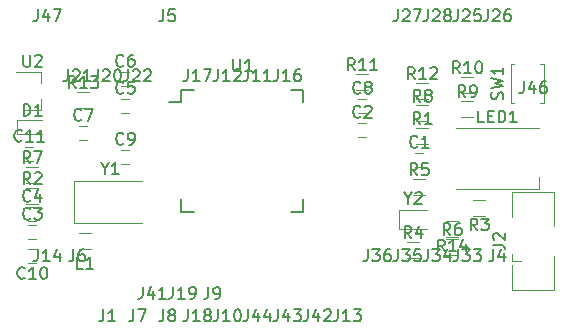
<source format=gbr>
G04 #@! TF.FileFunction,Legend,Top*
%FSLAX46Y46*%
G04 Gerber Fmt 4.6, Leading zero omitted, Abs format (unit mm)*
G04 Created by KiCad (PCBNEW 4.0.6) date 07/19/17 22:58:59*
%MOMM*%
%LPD*%
G01*
G04 APERTURE LIST*
%ADD10C,0.100000*%
%ADD11C,0.120000*%
%ADD12C,0.150000*%
G04 APERTURE END LIST*
D10*
D11*
X184816000Y-82712000D02*
X185516000Y-82712000D01*
X185516000Y-83912000D02*
X184816000Y-83912000D01*
X179990000Y-80172000D02*
X180690000Y-80172000D01*
X180690000Y-81372000D02*
X179990000Y-81372000D01*
X152050000Y-88808000D02*
X152750000Y-88808000D01*
X152750000Y-90008000D02*
X152050000Y-90008000D01*
X152050000Y-87284000D02*
X152750000Y-87284000D01*
X152750000Y-88484000D02*
X152050000Y-88484000D01*
X159924000Y-78140000D02*
X160624000Y-78140000D01*
X160624000Y-79340000D02*
X159924000Y-79340000D01*
X159924000Y-75854000D02*
X160624000Y-75854000D01*
X160624000Y-77054000D02*
X159924000Y-77054000D01*
X156368000Y-80426000D02*
X157068000Y-80426000D01*
X157068000Y-81626000D02*
X156368000Y-81626000D01*
X179990000Y-78140000D02*
X180690000Y-78140000D01*
X180690000Y-79340000D02*
X179990000Y-79340000D01*
X159924000Y-82458000D02*
X160624000Y-82458000D01*
X160624000Y-83658000D02*
X159924000Y-83658000D01*
X151100000Y-79948000D02*
X151100000Y-81088000D01*
X151100000Y-81088000D02*
X153200000Y-81088000D01*
X151100000Y-79948000D02*
X153200000Y-79948000D01*
X156345000Y-89490000D02*
X157345000Y-89490000D01*
X157345000Y-90850000D02*
X156345000Y-90850000D01*
X185920000Y-81960000D02*
X184920000Y-81960000D01*
X184920000Y-80600000D02*
X185920000Y-80600000D01*
X152900000Y-87040000D02*
X151900000Y-87040000D01*
X151900000Y-85680000D02*
X152900000Y-85680000D01*
X189746000Y-86696000D02*
X190746000Y-86696000D01*
X190746000Y-88056000D02*
X189746000Y-88056000D01*
X185666000Y-86278000D02*
X184666000Y-86278000D01*
X184666000Y-84918000D02*
X185666000Y-84918000D01*
X188460000Y-91358000D02*
X187460000Y-91358000D01*
X187460000Y-89998000D02*
X188460000Y-89998000D01*
X152900000Y-85262000D02*
X151900000Y-85262000D01*
X151900000Y-83902000D02*
X152900000Y-83902000D01*
X185920000Y-80055000D02*
X184920000Y-80055000D01*
X184920000Y-78695000D02*
X185920000Y-78695000D01*
X189730000Y-79674000D02*
X188730000Y-79674000D01*
X188730000Y-78314000D02*
X189730000Y-78314000D01*
X189730000Y-77642000D02*
X188730000Y-77642000D01*
X188730000Y-76282000D02*
X189730000Y-76282000D01*
X180840000Y-77388000D02*
X179840000Y-77388000D01*
X179840000Y-76028000D02*
X180840000Y-76028000D01*
X185920000Y-78150000D02*
X184920000Y-78150000D01*
X184920000Y-76790000D02*
X185920000Y-76790000D01*
D12*
X165005000Y-77375000D02*
X165005000Y-78375000D01*
X175355000Y-77375000D02*
X175355000Y-78450000D01*
X175355000Y-87725000D02*
X175355000Y-86650000D01*
X165005000Y-87725000D02*
X165005000Y-86650000D01*
X165005000Y-77375000D02*
X166080000Y-77375000D01*
X165005000Y-87725000D02*
X166080000Y-87725000D01*
X175355000Y-87725000D02*
X174280000Y-87725000D01*
X175355000Y-77375000D02*
X174280000Y-77375000D01*
X165005000Y-78375000D02*
X163980000Y-78375000D01*
D11*
X153160000Y-79050000D02*
X153160000Y-78120000D01*
X153160000Y-75890000D02*
X153160000Y-76820000D01*
X153160000Y-75890000D02*
X151000000Y-75890000D01*
X153160000Y-79050000D02*
X151700000Y-79050000D01*
X195410000Y-78485000D02*
X195710000Y-78485000D01*
X195710000Y-78485000D02*
X195710000Y-75185000D01*
X195710000Y-75185000D02*
X195410000Y-75185000D01*
X193210000Y-78485000D02*
X192910000Y-78485000D01*
X192910000Y-78485000D02*
X192910000Y-75185000D01*
X192910000Y-75185000D02*
X193210000Y-75185000D01*
X188270000Y-80585000D02*
X195270000Y-80585000D01*
X188270000Y-85785000D02*
X195270000Y-85785000D01*
X195270000Y-85785000D02*
X195270000Y-84785000D01*
X157218000Y-78912000D02*
X156218000Y-78912000D01*
X156218000Y-77552000D02*
X157218000Y-77552000D01*
X152750000Y-92040000D02*
X152050000Y-92040000D01*
X152050000Y-90840000D02*
X152750000Y-90840000D01*
X151796000Y-82204000D02*
X152496000Y-82204000D01*
X152496000Y-83404000D02*
X151796000Y-83404000D01*
X187460000Y-88474000D02*
X188460000Y-88474000D01*
X188460000Y-89834000D02*
X187460000Y-89834000D01*
X161704000Y-85068000D02*
X155954000Y-85068000D01*
X155954000Y-85068000D02*
X155954000Y-88668000D01*
X155954000Y-88668000D02*
X161704000Y-88668000D01*
X185858000Y-87592000D02*
X183458000Y-87592000D01*
X183458000Y-87592000D02*
X183458000Y-89192000D01*
X183458000Y-89192000D02*
X185858000Y-89192000D01*
X185158000Y-91612000D02*
X184158000Y-91612000D01*
X184158000Y-90252000D02*
X185158000Y-90252000D01*
X193743000Y-91870000D02*
X192993000Y-91870000D01*
X192993000Y-91870000D02*
X192993000Y-91270000D01*
X192993000Y-92170000D02*
X192993000Y-94320000D01*
X192993000Y-86020000D02*
X196543000Y-86020000D01*
X196543000Y-94320000D02*
X196543000Y-91420000D01*
X192993000Y-94320000D02*
X196543000Y-94320000D01*
X196543000Y-86020000D02*
X196543000Y-88920000D01*
X192993000Y-88170000D02*
X192993000Y-86020000D01*
D12*
X184999334Y-82169143D02*
X184951715Y-82216762D01*
X184808858Y-82264381D01*
X184713620Y-82264381D01*
X184570762Y-82216762D01*
X184475524Y-82121524D01*
X184427905Y-82026286D01*
X184380286Y-81835810D01*
X184380286Y-81692952D01*
X184427905Y-81502476D01*
X184475524Y-81407238D01*
X184570762Y-81312000D01*
X184713620Y-81264381D01*
X184808858Y-81264381D01*
X184951715Y-81312000D01*
X184999334Y-81359619D01*
X185951715Y-82264381D02*
X185380286Y-82264381D01*
X185666000Y-82264381D02*
X185666000Y-81264381D01*
X185570762Y-81407238D01*
X185475524Y-81502476D01*
X185380286Y-81550095D01*
X180173334Y-79629143D02*
X180125715Y-79676762D01*
X179982858Y-79724381D01*
X179887620Y-79724381D01*
X179744762Y-79676762D01*
X179649524Y-79581524D01*
X179601905Y-79486286D01*
X179554286Y-79295810D01*
X179554286Y-79152952D01*
X179601905Y-78962476D01*
X179649524Y-78867238D01*
X179744762Y-78772000D01*
X179887620Y-78724381D01*
X179982858Y-78724381D01*
X180125715Y-78772000D01*
X180173334Y-78819619D01*
X180554286Y-78819619D02*
X180601905Y-78772000D01*
X180697143Y-78724381D01*
X180935239Y-78724381D01*
X181030477Y-78772000D01*
X181078096Y-78819619D01*
X181125715Y-78914857D01*
X181125715Y-79010095D01*
X181078096Y-79152952D01*
X180506667Y-79724381D01*
X181125715Y-79724381D01*
X152233334Y-88265143D02*
X152185715Y-88312762D01*
X152042858Y-88360381D01*
X151947620Y-88360381D01*
X151804762Y-88312762D01*
X151709524Y-88217524D01*
X151661905Y-88122286D01*
X151614286Y-87931810D01*
X151614286Y-87788952D01*
X151661905Y-87598476D01*
X151709524Y-87503238D01*
X151804762Y-87408000D01*
X151947620Y-87360381D01*
X152042858Y-87360381D01*
X152185715Y-87408000D01*
X152233334Y-87455619D01*
X152566667Y-87360381D02*
X153185715Y-87360381D01*
X152852381Y-87741333D01*
X152995239Y-87741333D01*
X153090477Y-87788952D01*
X153138096Y-87836571D01*
X153185715Y-87931810D01*
X153185715Y-88169905D01*
X153138096Y-88265143D01*
X153090477Y-88312762D01*
X152995239Y-88360381D01*
X152709524Y-88360381D01*
X152614286Y-88312762D01*
X152566667Y-88265143D01*
X152233334Y-86741143D02*
X152185715Y-86788762D01*
X152042858Y-86836381D01*
X151947620Y-86836381D01*
X151804762Y-86788762D01*
X151709524Y-86693524D01*
X151661905Y-86598286D01*
X151614286Y-86407810D01*
X151614286Y-86264952D01*
X151661905Y-86074476D01*
X151709524Y-85979238D01*
X151804762Y-85884000D01*
X151947620Y-85836381D01*
X152042858Y-85836381D01*
X152185715Y-85884000D01*
X152233334Y-85931619D01*
X153090477Y-86169714D02*
X153090477Y-86836381D01*
X152852381Y-85788762D02*
X152614286Y-86503048D01*
X153233334Y-86503048D01*
X160107334Y-77597143D02*
X160059715Y-77644762D01*
X159916858Y-77692381D01*
X159821620Y-77692381D01*
X159678762Y-77644762D01*
X159583524Y-77549524D01*
X159535905Y-77454286D01*
X159488286Y-77263810D01*
X159488286Y-77120952D01*
X159535905Y-76930476D01*
X159583524Y-76835238D01*
X159678762Y-76740000D01*
X159821620Y-76692381D01*
X159916858Y-76692381D01*
X160059715Y-76740000D01*
X160107334Y-76787619D01*
X161012096Y-76692381D02*
X160535905Y-76692381D01*
X160488286Y-77168571D01*
X160535905Y-77120952D01*
X160631143Y-77073333D01*
X160869239Y-77073333D01*
X160964477Y-77120952D01*
X161012096Y-77168571D01*
X161059715Y-77263810D01*
X161059715Y-77501905D01*
X161012096Y-77597143D01*
X160964477Y-77644762D01*
X160869239Y-77692381D01*
X160631143Y-77692381D01*
X160535905Y-77644762D01*
X160488286Y-77597143D01*
X160107334Y-75311143D02*
X160059715Y-75358762D01*
X159916858Y-75406381D01*
X159821620Y-75406381D01*
X159678762Y-75358762D01*
X159583524Y-75263524D01*
X159535905Y-75168286D01*
X159488286Y-74977810D01*
X159488286Y-74834952D01*
X159535905Y-74644476D01*
X159583524Y-74549238D01*
X159678762Y-74454000D01*
X159821620Y-74406381D01*
X159916858Y-74406381D01*
X160059715Y-74454000D01*
X160107334Y-74501619D01*
X160964477Y-74406381D02*
X160774000Y-74406381D01*
X160678762Y-74454000D01*
X160631143Y-74501619D01*
X160535905Y-74644476D01*
X160488286Y-74834952D01*
X160488286Y-75215905D01*
X160535905Y-75311143D01*
X160583524Y-75358762D01*
X160678762Y-75406381D01*
X160869239Y-75406381D01*
X160964477Y-75358762D01*
X161012096Y-75311143D01*
X161059715Y-75215905D01*
X161059715Y-74977810D01*
X161012096Y-74882571D01*
X160964477Y-74834952D01*
X160869239Y-74787333D01*
X160678762Y-74787333D01*
X160583524Y-74834952D01*
X160535905Y-74882571D01*
X160488286Y-74977810D01*
X156551334Y-79883143D02*
X156503715Y-79930762D01*
X156360858Y-79978381D01*
X156265620Y-79978381D01*
X156122762Y-79930762D01*
X156027524Y-79835524D01*
X155979905Y-79740286D01*
X155932286Y-79549810D01*
X155932286Y-79406952D01*
X155979905Y-79216476D01*
X156027524Y-79121238D01*
X156122762Y-79026000D01*
X156265620Y-78978381D01*
X156360858Y-78978381D01*
X156503715Y-79026000D01*
X156551334Y-79073619D01*
X156884667Y-78978381D02*
X157551334Y-78978381D01*
X157122762Y-79978381D01*
X180173334Y-77597143D02*
X180125715Y-77644762D01*
X179982858Y-77692381D01*
X179887620Y-77692381D01*
X179744762Y-77644762D01*
X179649524Y-77549524D01*
X179601905Y-77454286D01*
X179554286Y-77263810D01*
X179554286Y-77120952D01*
X179601905Y-76930476D01*
X179649524Y-76835238D01*
X179744762Y-76740000D01*
X179887620Y-76692381D01*
X179982858Y-76692381D01*
X180125715Y-76740000D01*
X180173334Y-76787619D01*
X180744762Y-77120952D02*
X180649524Y-77073333D01*
X180601905Y-77025714D01*
X180554286Y-76930476D01*
X180554286Y-76882857D01*
X180601905Y-76787619D01*
X180649524Y-76740000D01*
X180744762Y-76692381D01*
X180935239Y-76692381D01*
X181030477Y-76740000D01*
X181078096Y-76787619D01*
X181125715Y-76882857D01*
X181125715Y-76930476D01*
X181078096Y-77025714D01*
X181030477Y-77073333D01*
X180935239Y-77120952D01*
X180744762Y-77120952D01*
X180649524Y-77168571D01*
X180601905Y-77216190D01*
X180554286Y-77311429D01*
X180554286Y-77501905D01*
X180601905Y-77597143D01*
X180649524Y-77644762D01*
X180744762Y-77692381D01*
X180935239Y-77692381D01*
X181030477Y-77644762D01*
X181078096Y-77597143D01*
X181125715Y-77501905D01*
X181125715Y-77311429D01*
X181078096Y-77216190D01*
X181030477Y-77168571D01*
X180935239Y-77120952D01*
X160107334Y-81915143D02*
X160059715Y-81962762D01*
X159916858Y-82010381D01*
X159821620Y-82010381D01*
X159678762Y-81962762D01*
X159583524Y-81867524D01*
X159535905Y-81772286D01*
X159488286Y-81581810D01*
X159488286Y-81438952D01*
X159535905Y-81248476D01*
X159583524Y-81153238D01*
X159678762Y-81058000D01*
X159821620Y-81010381D01*
X159916858Y-81010381D01*
X160059715Y-81058000D01*
X160107334Y-81105619D01*
X160583524Y-82010381D02*
X160774000Y-82010381D01*
X160869239Y-81962762D01*
X160916858Y-81915143D01*
X161012096Y-81772286D01*
X161059715Y-81581810D01*
X161059715Y-81200857D01*
X161012096Y-81105619D01*
X160964477Y-81058000D01*
X160869239Y-81010381D01*
X160678762Y-81010381D01*
X160583524Y-81058000D01*
X160535905Y-81105619D01*
X160488286Y-81200857D01*
X160488286Y-81438952D01*
X160535905Y-81534190D01*
X160583524Y-81581810D01*
X160678762Y-81629429D01*
X160869239Y-81629429D01*
X160964477Y-81581810D01*
X161012096Y-81534190D01*
X161059715Y-81438952D01*
X151661905Y-79570381D02*
X151661905Y-78570381D01*
X151900000Y-78570381D01*
X152042858Y-78618000D01*
X152138096Y-78713238D01*
X152185715Y-78808476D01*
X152233334Y-78998952D01*
X152233334Y-79141810D01*
X152185715Y-79332286D01*
X152138096Y-79427524D01*
X152042858Y-79522762D01*
X151900000Y-79570381D01*
X151661905Y-79570381D01*
X153185715Y-79570381D02*
X152614286Y-79570381D01*
X152900000Y-79570381D02*
X152900000Y-78570381D01*
X152804762Y-78713238D01*
X152709524Y-78808476D01*
X152614286Y-78856095D01*
X158416667Y-95972381D02*
X158416667Y-96686667D01*
X158369047Y-96829524D01*
X158273809Y-96924762D01*
X158130952Y-96972381D01*
X158035714Y-96972381D01*
X159416667Y-96972381D02*
X158845238Y-96972381D01*
X159130952Y-96972381D02*
X159130952Y-95972381D01*
X159035714Y-96115238D01*
X158940476Y-96210476D01*
X158845238Y-96258095D01*
X191436667Y-90892381D02*
X191436667Y-91606667D01*
X191389047Y-91749524D01*
X191293809Y-91844762D01*
X191150952Y-91892381D01*
X191055714Y-91892381D01*
X192341429Y-91225714D02*
X192341429Y-91892381D01*
X192103333Y-90844762D02*
X191865238Y-91559048D01*
X192484286Y-91559048D01*
X163496667Y-70572381D02*
X163496667Y-71286667D01*
X163449047Y-71429524D01*
X163353809Y-71524762D01*
X163210952Y-71572381D01*
X163115714Y-71572381D01*
X164449048Y-70572381D02*
X163972857Y-70572381D01*
X163925238Y-71048571D01*
X163972857Y-71000952D01*
X164068095Y-70953333D01*
X164306191Y-70953333D01*
X164401429Y-71000952D01*
X164449048Y-71048571D01*
X164496667Y-71143810D01*
X164496667Y-71381905D01*
X164449048Y-71477143D01*
X164401429Y-71524762D01*
X164306191Y-71572381D01*
X164068095Y-71572381D01*
X163972857Y-71524762D01*
X163925238Y-71477143D01*
X155876667Y-90892381D02*
X155876667Y-91606667D01*
X155829047Y-91749524D01*
X155733809Y-91844762D01*
X155590952Y-91892381D01*
X155495714Y-91892381D01*
X156781429Y-90892381D02*
X156590952Y-90892381D01*
X156495714Y-90940000D01*
X156448095Y-90987619D01*
X156352857Y-91130476D01*
X156305238Y-91320952D01*
X156305238Y-91701905D01*
X156352857Y-91797143D01*
X156400476Y-91844762D01*
X156495714Y-91892381D01*
X156686191Y-91892381D01*
X156781429Y-91844762D01*
X156829048Y-91797143D01*
X156876667Y-91701905D01*
X156876667Y-91463810D01*
X156829048Y-91368571D01*
X156781429Y-91320952D01*
X156686191Y-91273333D01*
X156495714Y-91273333D01*
X156400476Y-91320952D01*
X156352857Y-91368571D01*
X156305238Y-91463810D01*
X152860477Y-90892381D02*
X152860477Y-91606667D01*
X152812857Y-91749524D01*
X152717619Y-91844762D01*
X152574762Y-91892381D01*
X152479524Y-91892381D01*
X153860477Y-91892381D02*
X153289048Y-91892381D01*
X153574762Y-91892381D02*
X153574762Y-90892381D01*
X153479524Y-91035238D01*
X153384286Y-91130476D01*
X153289048Y-91178095D01*
X154717620Y-91225714D02*
X154717620Y-91892381D01*
X154479524Y-90844762D02*
X154241429Y-91559048D01*
X154860477Y-91559048D01*
X188420477Y-70572381D02*
X188420477Y-71286667D01*
X188372857Y-71429524D01*
X188277619Y-71524762D01*
X188134762Y-71572381D01*
X188039524Y-71572381D01*
X188849048Y-70667619D02*
X188896667Y-70620000D01*
X188991905Y-70572381D01*
X189230001Y-70572381D01*
X189325239Y-70620000D01*
X189372858Y-70667619D01*
X189420477Y-70762857D01*
X189420477Y-70858095D01*
X189372858Y-71000952D01*
X188801429Y-71572381D01*
X189420477Y-71572381D01*
X190325239Y-70572381D02*
X189849048Y-70572381D01*
X189801429Y-71048571D01*
X189849048Y-71000952D01*
X189944286Y-70953333D01*
X190182382Y-70953333D01*
X190277620Y-71000952D01*
X190325239Y-71048571D01*
X190372858Y-71143810D01*
X190372858Y-71381905D01*
X190325239Y-71477143D01*
X190277620Y-71524762D01*
X190182382Y-71572381D01*
X189944286Y-71572381D01*
X189849048Y-71524762D01*
X189801429Y-71477143D01*
X190960477Y-70572381D02*
X190960477Y-71286667D01*
X190912857Y-71429524D01*
X190817619Y-71524762D01*
X190674762Y-71572381D01*
X190579524Y-71572381D01*
X191389048Y-70667619D02*
X191436667Y-70620000D01*
X191531905Y-70572381D01*
X191770001Y-70572381D01*
X191865239Y-70620000D01*
X191912858Y-70667619D01*
X191960477Y-70762857D01*
X191960477Y-70858095D01*
X191912858Y-71000952D01*
X191341429Y-71572381D01*
X191960477Y-71572381D01*
X192817620Y-70572381D02*
X192627143Y-70572381D01*
X192531905Y-70620000D01*
X192484286Y-70667619D01*
X192389048Y-70810476D01*
X192341429Y-71000952D01*
X192341429Y-71381905D01*
X192389048Y-71477143D01*
X192436667Y-71524762D01*
X192531905Y-71572381D01*
X192722382Y-71572381D01*
X192817620Y-71524762D01*
X192865239Y-71477143D01*
X192912858Y-71381905D01*
X192912858Y-71143810D01*
X192865239Y-71048571D01*
X192817620Y-71000952D01*
X192722382Y-70953333D01*
X192531905Y-70953333D01*
X192436667Y-71000952D01*
X192389048Y-71048571D01*
X192341429Y-71143810D01*
X183340477Y-70572381D02*
X183340477Y-71286667D01*
X183292857Y-71429524D01*
X183197619Y-71524762D01*
X183054762Y-71572381D01*
X182959524Y-71572381D01*
X183769048Y-70667619D02*
X183816667Y-70620000D01*
X183911905Y-70572381D01*
X184150001Y-70572381D01*
X184245239Y-70620000D01*
X184292858Y-70667619D01*
X184340477Y-70762857D01*
X184340477Y-70858095D01*
X184292858Y-71000952D01*
X183721429Y-71572381D01*
X184340477Y-71572381D01*
X184673810Y-70572381D02*
X185340477Y-70572381D01*
X184911905Y-71572381D01*
X185880477Y-70572381D02*
X185880477Y-71286667D01*
X185832857Y-71429524D01*
X185737619Y-71524762D01*
X185594762Y-71572381D01*
X185499524Y-71572381D01*
X186309048Y-70667619D02*
X186356667Y-70620000D01*
X186451905Y-70572381D01*
X186690001Y-70572381D01*
X186785239Y-70620000D01*
X186832858Y-70667619D01*
X186880477Y-70762857D01*
X186880477Y-70858095D01*
X186832858Y-71000952D01*
X186261429Y-71572381D01*
X186880477Y-71572381D01*
X187451905Y-71000952D02*
X187356667Y-70953333D01*
X187309048Y-70905714D01*
X187261429Y-70810476D01*
X187261429Y-70762857D01*
X187309048Y-70667619D01*
X187356667Y-70620000D01*
X187451905Y-70572381D01*
X187642382Y-70572381D01*
X187737620Y-70620000D01*
X187785239Y-70667619D01*
X187832858Y-70762857D01*
X187832858Y-70810476D01*
X187785239Y-70905714D01*
X187737620Y-70953333D01*
X187642382Y-71000952D01*
X187451905Y-71000952D01*
X187356667Y-71048571D01*
X187309048Y-71096190D01*
X187261429Y-71191429D01*
X187261429Y-71381905D01*
X187309048Y-71477143D01*
X187356667Y-71524762D01*
X187451905Y-71572381D01*
X187642382Y-71572381D01*
X187737620Y-71524762D01*
X187785239Y-71477143D01*
X187832858Y-71381905D01*
X187832858Y-71191429D01*
X187785239Y-71096190D01*
X187737620Y-71048571D01*
X187642382Y-71000952D01*
X188420477Y-90892381D02*
X188420477Y-91606667D01*
X188372857Y-91749524D01*
X188277619Y-91844762D01*
X188134762Y-91892381D01*
X188039524Y-91892381D01*
X188801429Y-90892381D02*
X189420477Y-90892381D01*
X189087143Y-91273333D01*
X189230001Y-91273333D01*
X189325239Y-91320952D01*
X189372858Y-91368571D01*
X189420477Y-91463810D01*
X189420477Y-91701905D01*
X189372858Y-91797143D01*
X189325239Y-91844762D01*
X189230001Y-91892381D01*
X188944286Y-91892381D01*
X188849048Y-91844762D01*
X188801429Y-91797143D01*
X189753810Y-90892381D02*
X190372858Y-90892381D01*
X190039524Y-91273333D01*
X190182382Y-91273333D01*
X190277620Y-91320952D01*
X190325239Y-91368571D01*
X190372858Y-91463810D01*
X190372858Y-91701905D01*
X190325239Y-91797143D01*
X190277620Y-91844762D01*
X190182382Y-91892381D01*
X189896667Y-91892381D01*
X189801429Y-91844762D01*
X189753810Y-91797143D01*
X185880477Y-90892381D02*
X185880477Y-91606667D01*
X185832857Y-91749524D01*
X185737619Y-91844762D01*
X185594762Y-91892381D01*
X185499524Y-91892381D01*
X186261429Y-90892381D02*
X186880477Y-90892381D01*
X186547143Y-91273333D01*
X186690001Y-91273333D01*
X186785239Y-91320952D01*
X186832858Y-91368571D01*
X186880477Y-91463810D01*
X186880477Y-91701905D01*
X186832858Y-91797143D01*
X186785239Y-91844762D01*
X186690001Y-91892381D01*
X186404286Y-91892381D01*
X186309048Y-91844762D01*
X186261429Y-91797143D01*
X187737620Y-91225714D02*
X187737620Y-91892381D01*
X187499524Y-90844762D02*
X187261429Y-91559048D01*
X187880477Y-91559048D01*
X183340477Y-90892381D02*
X183340477Y-91606667D01*
X183292857Y-91749524D01*
X183197619Y-91844762D01*
X183054762Y-91892381D01*
X182959524Y-91892381D01*
X183721429Y-90892381D02*
X184340477Y-90892381D01*
X184007143Y-91273333D01*
X184150001Y-91273333D01*
X184245239Y-91320952D01*
X184292858Y-91368571D01*
X184340477Y-91463810D01*
X184340477Y-91701905D01*
X184292858Y-91797143D01*
X184245239Y-91844762D01*
X184150001Y-91892381D01*
X183864286Y-91892381D01*
X183769048Y-91844762D01*
X183721429Y-91797143D01*
X185245239Y-90892381D02*
X184769048Y-90892381D01*
X184721429Y-91368571D01*
X184769048Y-91320952D01*
X184864286Y-91273333D01*
X185102382Y-91273333D01*
X185197620Y-91320952D01*
X185245239Y-91368571D01*
X185292858Y-91463810D01*
X185292858Y-91701905D01*
X185245239Y-91797143D01*
X185197620Y-91844762D01*
X185102382Y-91892381D01*
X184864286Y-91892381D01*
X184769048Y-91844762D01*
X184721429Y-91797143D01*
X180800477Y-90892381D02*
X180800477Y-91606667D01*
X180752857Y-91749524D01*
X180657619Y-91844762D01*
X180514762Y-91892381D01*
X180419524Y-91892381D01*
X181181429Y-90892381D02*
X181800477Y-90892381D01*
X181467143Y-91273333D01*
X181610001Y-91273333D01*
X181705239Y-91320952D01*
X181752858Y-91368571D01*
X181800477Y-91463810D01*
X181800477Y-91701905D01*
X181752858Y-91797143D01*
X181705239Y-91844762D01*
X181610001Y-91892381D01*
X181324286Y-91892381D01*
X181229048Y-91844762D01*
X181181429Y-91797143D01*
X182657620Y-90892381D02*
X182467143Y-90892381D01*
X182371905Y-90940000D01*
X182324286Y-90987619D01*
X182229048Y-91130476D01*
X182181429Y-91320952D01*
X182181429Y-91701905D01*
X182229048Y-91797143D01*
X182276667Y-91844762D01*
X182371905Y-91892381D01*
X182562382Y-91892381D01*
X182657620Y-91844762D01*
X182705239Y-91797143D01*
X182752858Y-91701905D01*
X182752858Y-91463810D01*
X182705239Y-91368571D01*
X182657620Y-91320952D01*
X182562382Y-91273333D01*
X182371905Y-91273333D01*
X182276667Y-91320952D01*
X182229048Y-91368571D01*
X182181429Y-91463810D01*
X175720477Y-95972381D02*
X175720477Y-96686667D01*
X175672857Y-96829524D01*
X175577619Y-96924762D01*
X175434762Y-96972381D01*
X175339524Y-96972381D01*
X176625239Y-96305714D02*
X176625239Y-96972381D01*
X176387143Y-95924762D02*
X176149048Y-96639048D01*
X176768096Y-96639048D01*
X177101429Y-96067619D02*
X177149048Y-96020000D01*
X177244286Y-95972381D01*
X177482382Y-95972381D01*
X177577620Y-96020000D01*
X177625239Y-96067619D01*
X177672858Y-96162857D01*
X177672858Y-96258095D01*
X177625239Y-96400952D01*
X177053810Y-96972381D01*
X177672858Y-96972381D01*
X173180477Y-95972381D02*
X173180477Y-96686667D01*
X173132857Y-96829524D01*
X173037619Y-96924762D01*
X172894762Y-96972381D01*
X172799524Y-96972381D01*
X174085239Y-96305714D02*
X174085239Y-96972381D01*
X173847143Y-95924762D02*
X173609048Y-96639048D01*
X174228096Y-96639048D01*
X174513810Y-95972381D02*
X175132858Y-95972381D01*
X174799524Y-96353333D01*
X174942382Y-96353333D01*
X175037620Y-96400952D01*
X175085239Y-96448571D01*
X175132858Y-96543810D01*
X175132858Y-96781905D01*
X175085239Y-96877143D01*
X175037620Y-96924762D01*
X174942382Y-96972381D01*
X174656667Y-96972381D01*
X174561429Y-96924762D01*
X174513810Y-96877143D01*
X170640477Y-95972381D02*
X170640477Y-96686667D01*
X170592857Y-96829524D01*
X170497619Y-96924762D01*
X170354762Y-96972381D01*
X170259524Y-96972381D01*
X171545239Y-96305714D02*
X171545239Y-96972381D01*
X171307143Y-95924762D02*
X171069048Y-96639048D01*
X171688096Y-96639048D01*
X172497620Y-96305714D02*
X172497620Y-96972381D01*
X172259524Y-95924762D02*
X172021429Y-96639048D01*
X172640477Y-96639048D01*
X156678334Y-92522381D02*
X156202143Y-92522381D01*
X156202143Y-91522381D01*
X157535477Y-92522381D02*
X156964048Y-92522381D01*
X157249762Y-92522381D02*
X157249762Y-91522381D01*
X157154524Y-91665238D01*
X157059286Y-91760476D01*
X156964048Y-91808095D01*
X185253334Y-80282381D02*
X184920000Y-79806190D01*
X184681905Y-80282381D02*
X184681905Y-79282381D01*
X185062858Y-79282381D01*
X185158096Y-79330000D01*
X185205715Y-79377619D01*
X185253334Y-79472857D01*
X185253334Y-79615714D01*
X185205715Y-79710952D01*
X185158096Y-79758571D01*
X185062858Y-79806190D01*
X184681905Y-79806190D01*
X186205715Y-80282381D02*
X185634286Y-80282381D01*
X185920000Y-80282381D02*
X185920000Y-79282381D01*
X185824762Y-79425238D01*
X185729524Y-79520476D01*
X185634286Y-79568095D01*
X152233334Y-85362381D02*
X151900000Y-84886190D01*
X151661905Y-85362381D02*
X151661905Y-84362381D01*
X152042858Y-84362381D01*
X152138096Y-84410000D01*
X152185715Y-84457619D01*
X152233334Y-84552857D01*
X152233334Y-84695714D01*
X152185715Y-84790952D01*
X152138096Y-84838571D01*
X152042858Y-84886190D01*
X151661905Y-84886190D01*
X152614286Y-84457619D02*
X152661905Y-84410000D01*
X152757143Y-84362381D01*
X152995239Y-84362381D01*
X153090477Y-84410000D01*
X153138096Y-84457619D01*
X153185715Y-84552857D01*
X153185715Y-84648095D01*
X153138096Y-84790952D01*
X152566667Y-85362381D01*
X153185715Y-85362381D01*
X190079334Y-89278381D02*
X189746000Y-88802190D01*
X189507905Y-89278381D02*
X189507905Y-88278381D01*
X189888858Y-88278381D01*
X189984096Y-88326000D01*
X190031715Y-88373619D01*
X190079334Y-88468857D01*
X190079334Y-88611714D01*
X190031715Y-88706952D01*
X189984096Y-88754571D01*
X189888858Y-88802190D01*
X189507905Y-88802190D01*
X190412667Y-88278381D02*
X191031715Y-88278381D01*
X190698381Y-88659333D01*
X190841239Y-88659333D01*
X190936477Y-88706952D01*
X190984096Y-88754571D01*
X191031715Y-88849810D01*
X191031715Y-89087905D01*
X190984096Y-89183143D01*
X190936477Y-89230762D01*
X190841239Y-89278381D01*
X190555524Y-89278381D01*
X190460286Y-89230762D01*
X190412667Y-89183143D01*
X184999334Y-84600381D02*
X184666000Y-84124190D01*
X184427905Y-84600381D02*
X184427905Y-83600381D01*
X184808858Y-83600381D01*
X184904096Y-83648000D01*
X184951715Y-83695619D01*
X184999334Y-83790857D01*
X184999334Y-83933714D01*
X184951715Y-84028952D01*
X184904096Y-84076571D01*
X184808858Y-84124190D01*
X184427905Y-84124190D01*
X185904096Y-83600381D02*
X185427905Y-83600381D01*
X185380286Y-84076571D01*
X185427905Y-84028952D01*
X185523143Y-83981333D01*
X185761239Y-83981333D01*
X185856477Y-84028952D01*
X185904096Y-84076571D01*
X185951715Y-84171810D01*
X185951715Y-84409905D01*
X185904096Y-84505143D01*
X185856477Y-84552762D01*
X185761239Y-84600381D01*
X185523143Y-84600381D01*
X185427905Y-84552762D01*
X185380286Y-84505143D01*
X187793334Y-89680381D02*
X187460000Y-89204190D01*
X187221905Y-89680381D02*
X187221905Y-88680381D01*
X187602858Y-88680381D01*
X187698096Y-88728000D01*
X187745715Y-88775619D01*
X187793334Y-88870857D01*
X187793334Y-89013714D01*
X187745715Y-89108952D01*
X187698096Y-89156571D01*
X187602858Y-89204190D01*
X187221905Y-89204190D01*
X188650477Y-88680381D02*
X188460000Y-88680381D01*
X188364762Y-88728000D01*
X188317143Y-88775619D01*
X188221905Y-88918476D01*
X188174286Y-89108952D01*
X188174286Y-89489905D01*
X188221905Y-89585143D01*
X188269524Y-89632762D01*
X188364762Y-89680381D01*
X188555239Y-89680381D01*
X188650477Y-89632762D01*
X188698096Y-89585143D01*
X188745715Y-89489905D01*
X188745715Y-89251810D01*
X188698096Y-89156571D01*
X188650477Y-89108952D01*
X188555239Y-89061333D01*
X188364762Y-89061333D01*
X188269524Y-89108952D01*
X188221905Y-89156571D01*
X188174286Y-89251810D01*
X152233334Y-83584381D02*
X151900000Y-83108190D01*
X151661905Y-83584381D02*
X151661905Y-82584381D01*
X152042858Y-82584381D01*
X152138096Y-82632000D01*
X152185715Y-82679619D01*
X152233334Y-82774857D01*
X152233334Y-82917714D01*
X152185715Y-83012952D01*
X152138096Y-83060571D01*
X152042858Y-83108190D01*
X151661905Y-83108190D01*
X152566667Y-82584381D02*
X153233334Y-82584381D01*
X152804762Y-83584381D01*
X185253334Y-78377381D02*
X184920000Y-77901190D01*
X184681905Y-78377381D02*
X184681905Y-77377381D01*
X185062858Y-77377381D01*
X185158096Y-77425000D01*
X185205715Y-77472619D01*
X185253334Y-77567857D01*
X185253334Y-77710714D01*
X185205715Y-77805952D01*
X185158096Y-77853571D01*
X185062858Y-77901190D01*
X184681905Y-77901190D01*
X185824762Y-77805952D02*
X185729524Y-77758333D01*
X185681905Y-77710714D01*
X185634286Y-77615476D01*
X185634286Y-77567857D01*
X185681905Y-77472619D01*
X185729524Y-77425000D01*
X185824762Y-77377381D01*
X186015239Y-77377381D01*
X186110477Y-77425000D01*
X186158096Y-77472619D01*
X186205715Y-77567857D01*
X186205715Y-77615476D01*
X186158096Y-77710714D01*
X186110477Y-77758333D01*
X186015239Y-77805952D01*
X185824762Y-77805952D01*
X185729524Y-77853571D01*
X185681905Y-77901190D01*
X185634286Y-77996429D01*
X185634286Y-78186905D01*
X185681905Y-78282143D01*
X185729524Y-78329762D01*
X185824762Y-78377381D01*
X186015239Y-78377381D01*
X186110477Y-78329762D01*
X186158096Y-78282143D01*
X186205715Y-78186905D01*
X186205715Y-77996429D01*
X186158096Y-77901190D01*
X186110477Y-77853571D01*
X186015239Y-77805952D01*
X189063334Y-77996381D02*
X188730000Y-77520190D01*
X188491905Y-77996381D02*
X188491905Y-76996381D01*
X188872858Y-76996381D01*
X188968096Y-77044000D01*
X189015715Y-77091619D01*
X189063334Y-77186857D01*
X189063334Y-77329714D01*
X189015715Y-77424952D01*
X188968096Y-77472571D01*
X188872858Y-77520190D01*
X188491905Y-77520190D01*
X189539524Y-77996381D02*
X189730000Y-77996381D01*
X189825239Y-77948762D01*
X189872858Y-77901143D01*
X189968096Y-77758286D01*
X190015715Y-77567810D01*
X190015715Y-77186857D01*
X189968096Y-77091619D01*
X189920477Y-77044000D01*
X189825239Y-76996381D01*
X189634762Y-76996381D01*
X189539524Y-77044000D01*
X189491905Y-77091619D01*
X189444286Y-77186857D01*
X189444286Y-77424952D01*
X189491905Y-77520190D01*
X189539524Y-77567810D01*
X189634762Y-77615429D01*
X189825239Y-77615429D01*
X189920477Y-77567810D01*
X189968096Y-77520190D01*
X190015715Y-77424952D01*
X188587143Y-75964381D02*
X188253809Y-75488190D01*
X188015714Y-75964381D02*
X188015714Y-74964381D01*
X188396667Y-74964381D01*
X188491905Y-75012000D01*
X188539524Y-75059619D01*
X188587143Y-75154857D01*
X188587143Y-75297714D01*
X188539524Y-75392952D01*
X188491905Y-75440571D01*
X188396667Y-75488190D01*
X188015714Y-75488190D01*
X189539524Y-75964381D02*
X188968095Y-75964381D01*
X189253809Y-75964381D02*
X189253809Y-74964381D01*
X189158571Y-75107238D01*
X189063333Y-75202476D01*
X188968095Y-75250095D01*
X190158571Y-74964381D02*
X190253810Y-74964381D01*
X190349048Y-75012000D01*
X190396667Y-75059619D01*
X190444286Y-75154857D01*
X190491905Y-75345333D01*
X190491905Y-75583429D01*
X190444286Y-75773905D01*
X190396667Y-75869143D01*
X190349048Y-75916762D01*
X190253810Y-75964381D01*
X190158571Y-75964381D01*
X190063333Y-75916762D01*
X190015714Y-75869143D01*
X189968095Y-75773905D01*
X189920476Y-75583429D01*
X189920476Y-75345333D01*
X189968095Y-75154857D01*
X190015714Y-75059619D01*
X190063333Y-75012000D01*
X190158571Y-74964381D01*
X179697143Y-75710381D02*
X179363809Y-75234190D01*
X179125714Y-75710381D02*
X179125714Y-74710381D01*
X179506667Y-74710381D01*
X179601905Y-74758000D01*
X179649524Y-74805619D01*
X179697143Y-74900857D01*
X179697143Y-75043714D01*
X179649524Y-75138952D01*
X179601905Y-75186571D01*
X179506667Y-75234190D01*
X179125714Y-75234190D01*
X180649524Y-75710381D02*
X180078095Y-75710381D01*
X180363809Y-75710381D02*
X180363809Y-74710381D01*
X180268571Y-74853238D01*
X180173333Y-74948476D01*
X180078095Y-74996095D01*
X181601905Y-75710381D02*
X181030476Y-75710381D01*
X181316190Y-75710381D02*
X181316190Y-74710381D01*
X181220952Y-74853238D01*
X181125714Y-74948476D01*
X181030476Y-74996095D01*
X184777143Y-76472381D02*
X184443809Y-75996190D01*
X184205714Y-76472381D02*
X184205714Y-75472381D01*
X184586667Y-75472381D01*
X184681905Y-75520000D01*
X184729524Y-75567619D01*
X184777143Y-75662857D01*
X184777143Y-75805714D01*
X184729524Y-75900952D01*
X184681905Y-75948571D01*
X184586667Y-75996190D01*
X184205714Y-75996190D01*
X185729524Y-76472381D02*
X185158095Y-76472381D01*
X185443809Y-76472381D02*
X185443809Y-75472381D01*
X185348571Y-75615238D01*
X185253333Y-75710476D01*
X185158095Y-75758095D01*
X186110476Y-75567619D02*
X186158095Y-75520000D01*
X186253333Y-75472381D01*
X186491429Y-75472381D01*
X186586667Y-75520000D01*
X186634286Y-75567619D01*
X186681905Y-75662857D01*
X186681905Y-75758095D01*
X186634286Y-75900952D01*
X186062857Y-76472381D01*
X186681905Y-76472381D01*
X169418095Y-74802381D02*
X169418095Y-75611905D01*
X169465714Y-75707143D01*
X169513333Y-75754762D01*
X169608571Y-75802381D01*
X169799048Y-75802381D01*
X169894286Y-75754762D01*
X169941905Y-75707143D01*
X169989524Y-75611905D01*
X169989524Y-74802381D01*
X170989524Y-75802381D02*
X170418095Y-75802381D01*
X170703809Y-75802381D02*
X170703809Y-74802381D01*
X170608571Y-74945238D01*
X170513333Y-75040476D01*
X170418095Y-75088095D01*
X151638095Y-74422381D02*
X151638095Y-75231905D01*
X151685714Y-75327143D01*
X151733333Y-75374762D01*
X151828571Y-75422381D01*
X152019048Y-75422381D01*
X152114286Y-75374762D01*
X152161905Y-75327143D01*
X152209524Y-75231905D01*
X152209524Y-74422381D01*
X152638095Y-74517619D02*
X152685714Y-74470000D01*
X152780952Y-74422381D01*
X153019048Y-74422381D01*
X153114286Y-74470000D01*
X153161905Y-74517619D01*
X153209524Y-74612857D01*
X153209524Y-74708095D01*
X153161905Y-74850952D01*
X152590476Y-75422381D01*
X153209524Y-75422381D01*
X161750477Y-94067381D02*
X161750477Y-94781667D01*
X161702857Y-94924524D01*
X161607619Y-95019762D01*
X161464762Y-95067381D01*
X161369524Y-95067381D01*
X162655239Y-94400714D02*
X162655239Y-95067381D01*
X162417143Y-94019762D02*
X162179048Y-94734048D01*
X162798096Y-94734048D01*
X163702858Y-95067381D02*
X163131429Y-95067381D01*
X163417143Y-95067381D02*
X163417143Y-94067381D01*
X163321905Y-94210238D01*
X163226667Y-94305476D01*
X163131429Y-94353095D01*
X160956667Y-95972381D02*
X160956667Y-96686667D01*
X160909047Y-96829524D01*
X160813809Y-96924762D01*
X160670952Y-96972381D01*
X160575714Y-96972381D01*
X161337619Y-95972381D02*
X162004286Y-95972381D01*
X161575714Y-96972381D01*
X164290477Y-94067381D02*
X164290477Y-94781667D01*
X164242857Y-94924524D01*
X164147619Y-95019762D01*
X164004762Y-95067381D01*
X163909524Y-95067381D01*
X165290477Y-95067381D02*
X164719048Y-95067381D01*
X165004762Y-95067381D02*
X165004762Y-94067381D01*
X164909524Y-94210238D01*
X164814286Y-94305476D01*
X164719048Y-94353095D01*
X165766667Y-95067381D02*
X165957143Y-95067381D01*
X166052382Y-95019762D01*
X166100001Y-94972143D01*
X166195239Y-94829286D01*
X166242858Y-94638810D01*
X166242858Y-94257857D01*
X166195239Y-94162619D01*
X166147620Y-94115000D01*
X166052382Y-94067381D01*
X165861905Y-94067381D01*
X165766667Y-94115000D01*
X165719048Y-94162619D01*
X165671429Y-94257857D01*
X165671429Y-94495952D01*
X165719048Y-94591190D01*
X165766667Y-94638810D01*
X165861905Y-94686429D01*
X166052382Y-94686429D01*
X166147620Y-94638810D01*
X166195239Y-94591190D01*
X166242858Y-94495952D01*
X165560477Y-95972381D02*
X165560477Y-96686667D01*
X165512857Y-96829524D01*
X165417619Y-96924762D01*
X165274762Y-96972381D01*
X165179524Y-96972381D01*
X166560477Y-96972381D02*
X165989048Y-96972381D01*
X166274762Y-96972381D02*
X166274762Y-95972381D01*
X166179524Y-96115238D01*
X166084286Y-96210476D01*
X165989048Y-96258095D01*
X167131905Y-96400952D02*
X167036667Y-96353333D01*
X166989048Y-96305714D01*
X166941429Y-96210476D01*
X166941429Y-96162857D01*
X166989048Y-96067619D01*
X167036667Y-96020000D01*
X167131905Y-95972381D01*
X167322382Y-95972381D01*
X167417620Y-96020000D01*
X167465239Y-96067619D01*
X167512858Y-96162857D01*
X167512858Y-96210476D01*
X167465239Y-96305714D01*
X167417620Y-96353333D01*
X167322382Y-96400952D01*
X167131905Y-96400952D01*
X167036667Y-96448571D01*
X166989048Y-96496190D01*
X166941429Y-96591429D01*
X166941429Y-96781905D01*
X166989048Y-96877143D01*
X167036667Y-96924762D01*
X167131905Y-96972381D01*
X167322382Y-96972381D01*
X167417620Y-96924762D01*
X167465239Y-96877143D01*
X167512858Y-96781905D01*
X167512858Y-96591429D01*
X167465239Y-96496190D01*
X167417620Y-96448571D01*
X167322382Y-96400952D01*
X167306667Y-94067381D02*
X167306667Y-94781667D01*
X167259047Y-94924524D01*
X167163809Y-95019762D01*
X167020952Y-95067381D01*
X166925714Y-95067381D01*
X167830476Y-95067381D02*
X168020952Y-95067381D01*
X168116191Y-95019762D01*
X168163810Y-94972143D01*
X168259048Y-94829286D01*
X168306667Y-94638810D01*
X168306667Y-94257857D01*
X168259048Y-94162619D01*
X168211429Y-94115000D01*
X168116191Y-94067381D01*
X167925714Y-94067381D01*
X167830476Y-94115000D01*
X167782857Y-94162619D01*
X167735238Y-94257857D01*
X167735238Y-94495952D01*
X167782857Y-94591190D01*
X167830476Y-94638810D01*
X167925714Y-94686429D01*
X168116191Y-94686429D01*
X168211429Y-94638810D01*
X168259048Y-94591190D01*
X168306667Y-94495952D01*
X168100477Y-95972381D02*
X168100477Y-96686667D01*
X168052857Y-96829524D01*
X167957619Y-96924762D01*
X167814762Y-96972381D01*
X167719524Y-96972381D01*
X169100477Y-96972381D02*
X168529048Y-96972381D01*
X168814762Y-96972381D02*
X168814762Y-95972381D01*
X168719524Y-96115238D01*
X168624286Y-96210476D01*
X168529048Y-96258095D01*
X169719524Y-95972381D02*
X169814763Y-95972381D01*
X169910001Y-96020000D01*
X169957620Y-96067619D01*
X170005239Y-96162857D01*
X170052858Y-96353333D01*
X170052858Y-96591429D01*
X170005239Y-96781905D01*
X169957620Y-96877143D01*
X169910001Y-96924762D01*
X169814763Y-96972381D01*
X169719524Y-96972381D01*
X169624286Y-96924762D01*
X169576667Y-96877143D01*
X169529048Y-96781905D01*
X169481429Y-96591429D01*
X169481429Y-96353333D01*
X169529048Y-96162857D01*
X169576667Y-96067619D01*
X169624286Y-96020000D01*
X169719524Y-95972381D01*
X163496667Y-95972381D02*
X163496667Y-96686667D01*
X163449047Y-96829524D01*
X163353809Y-96924762D01*
X163210952Y-96972381D01*
X163115714Y-96972381D01*
X164115714Y-96400952D02*
X164020476Y-96353333D01*
X163972857Y-96305714D01*
X163925238Y-96210476D01*
X163925238Y-96162857D01*
X163972857Y-96067619D01*
X164020476Y-96020000D01*
X164115714Y-95972381D01*
X164306191Y-95972381D01*
X164401429Y-96020000D01*
X164449048Y-96067619D01*
X164496667Y-96162857D01*
X164496667Y-96210476D01*
X164449048Y-96305714D01*
X164401429Y-96353333D01*
X164306191Y-96400952D01*
X164115714Y-96400952D01*
X164020476Y-96448571D01*
X163972857Y-96496190D01*
X163925238Y-96591429D01*
X163925238Y-96781905D01*
X163972857Y-96877143D01*
X164020476Y-96924762D01*
X164115714Y-96972381D01*
X164306191Y-96972381D01*
X164401429Y-96924762D01*
X164449048Y-96877143D01*
X164496667Y-96781905D01*
X164496667Y-96591429D01*
X164449048Y-96496190D01*
X164401429Y-96448571D01*
X164306191Y-96400952D01*
X173180477Y-75652381D02*
X173180477Y-76366667D01*
X173132857Y-76509524D01*
X173037619Y-76604762D01*
X172894762Y-76652381D01*
X172799524Y-76652381D01*
X174180477Y-76652381D02*
X173609048Y-76652381D01*
X173894762Y-76652381D02*
X173894762Y-75652381D01*
X173799524Y-75795238D01*
X173704286Y-75890476D01*
X173609048Y-75938095D01*
X175037620Y-75652381D02*
X174847143Y-75652381D01*
X174751905Y-75700000D01*
X174704286Y-75747619D01*
X174609048Y-75890476D01*
X174561429Y-76080952D01*
X174561429Y-76461905D01*
X174609048Y-76557143D01*
X174656667Y-76604762D01*
X174751905Y-76652381D01*
X174942382Y-76652381D01*
X175037620Y-76604762D01*
X175085239Y-76557143D01*
X175132858Y-76461905D01*
X175132858Y-76223810D01*
X175085239Y-76128571D01*
X175037620Y-76080952D01*
X174942382Y-76033333D01*
X174751905Y-76033333D01*
X174656667Y-76080952D01*
X174609048Y-76128571D01*
X174561429Y-76223810D01*
X168100477Y-75652381D02*
X168100477Y-76366667D01*
X168052857Y-76509524D01*
X167957619Y-76604762D01*
X167814762Y-76652381D01*
X167719524Y-76652381D01*
X169100477Y-76652381D02*
X168529048Y-76652381D01*
X168814762Y-76652381D02*
X168814762Y-75652381D01*
X168719524Y-75795238D01*
X168624286Y-75890476D01*
X168529048Y-75938095D01*
X169481429Y-75747619D02*
X169529048Y-75700000D01*
X169624286Y-75652381D01*
X169862382Y-75652381D01*
X169957620Y-75700000D01*
X170005239Y-75747619D01*
X170052858Y-75842857D01*
X170052858Y-75938095D01*
X170005239Y-76080952D01*
X169433810Y-76652381D01*
X170052858Y-76652381D01*
X178260477Y-95972381D02*
X178260477Y-96686667D01*
X178212857Y-96829524D01*
X178117619Y-96924762D01*
X177974762Y-96972381D01*
X177879524Y-96972381D01*
X179260477Y-96972381D02*
X178689048Y-96972381D01*
X178974762Y-96972381D02*
X178974762Y-95972381D01*
X178879524Y-96115238D01*
X178784286Y-96210476D01*
X178689048Y-96258095D01*
X179593810Y-95972381D02*
X180212858Y-95972381D01*
X179879524Y-96353333D01*
X180022382Y-96353333D01*
X180117620Y-96400952D01*
X180165239Y-96448571D01*
X180212858Y-96543810D01*
X180212858Y-96781905D01*
X180165239Y-96877143D01*
X180117620Y-96924762D01*
X180022382Y-96972381D01*
X179736667Y-96972381D01*
X179641429Y-96924762D01*
X179593810Y-96877143D01*
X160480477Y-75652381D02*
X160480477Y-76366667D01*
X160432857Y-76509524D01*
X160337619Y-76604762D01*
X160194762Y-76652381D01*
X160099524Y-76652381D01*
X160909048Y-75747619D02*
X160956667Y-75700000D01*
X161051905Y-75652381D01*
X161290001Y-75652381D01*
X161385239Y-75700000D01*
X161432858Y-75747619D01*
X161480477Y-75842857D01*
X161480477Y-75938095D01*
X161432858Y-76080952D01*
X160861429Y-76652381D01*
X161480477Y-76652381D01*
X161861429Y-75747619D02*
X161909048Y-75700000D01*
X162004286Y-75652381D01*
X162242382Y-75652381D01*
X162337620Y-75700000D01*
X162385239Y-75747619D01*
X162432858Y-75842857D01*
X162432858Y-75938095D01*
X162385239Y-76080952D01*
X161813810Y-76652381D01*
X162432858Y-76652381D01*
X165560477Y-75652381D02*
X165560477Y-76366667D01*
X165512857Y-76509524D01*
X165417619Y-76604762D01*
X165274762Y-76652381D01*
X165179524Y-76652381D01*
X166560477Y-76652381D02*
X165989048Y-76652381D01*
X166274762Y-76652381D02*
X166274762Y-75652381D01*
X166179524Y-75795238D01*
X166084286Y-75890476D01*
X165989048Y-75938095D01*
X166893810Y-75652381D02*
X167560477Y-75652381D01*
X167131905Y-76652381D01*
X170640477Y-75652381D02*
X170640477Y-76366667D01*
X170592857Y-76509524D01*
X170497619Y-76604762D01*
X170354762Y-76652381D01*
X170259524Y-76652381D01*
X171640477Y-76652381D02*
X171069048Y-76652381D01*
X171354762Y-76652381D02*
X171354762Y-75652381D01*
X171259524Y-75795238D01*
X171164286Y-75890476D01*
X171069048Y-75938095D01*
X172592858Y-76652381D02*
X172021429Y-76652381D01*
X172307143Y-76652381D02*
X172307143Y-75652381D01*
X172211905Y-75795238D01*
X172116667Y-75890476D01*
X172021429Y-75938095D01*
X155400477Y-75652381D02*
X155400477Y-76366667D01*
X155352857Y-76509524D01*
X155257619Y-76604762D01*
X155114762Y-76652381D01*
X155019524Y-76652381D01*
X155829048Y-75747619D02*
X155876667Y-75700000D01*
X155971905Y-75652381D01*
X156210001Y-75652381D01*
X156305239Y-75700000D01*
X156352858Y-75747619D01*
X156400477Y-75842857D01*
X156400477Y-75938095D01*
X156352858Y-76080952D01*
X155781429Y-76652381D01*
X156400477Y-76652381D01*
X157352858Y-76652381D02*
X156781429Y-76652381D01*
X157067143Y-76652381D02*
X157067143Y-75652381D01*
X156971905Y-75795238D01*
X156876667Y-75890476D01*
X156781429Y-75938095D01*
X157940477Y-75652381D02*
X157940477Y-76366667D01*
X157892857Y-76509524D01*
X157797619Y-76604762D01*
X157654762Y-76652381D01*
X157559524Y-76652381D01*
X158369048Y-75747619D02*
X158416667Y-75700000D01*
X158511905Y-75652381D01*
X158750001Y-75652381D01*
X158845239Y-75700000D01*
X158892858Y-75747619D01*
X158940477Y-75842857D01*
X158940477Y-75938095D01*
X158892858Y-76080952D01*
X158321429Y-76652381D01*
X158940477Y-76652381D01*
X159559524Y-75652381D02*
X159654763Y-75652381D01*
X159750001Y-75700000D01*
X159797620Y-75747619D01*
X159845239Y-75842857D01*
X159892858Y-76033333D01*
X159892858Y-76271429D01*
X159845239Y-76461905D01*
X159797620Y-76557143D01*
X159750001Y-76604762D01*
X159654763Y-76652381D01*
X159559524Y-76652381D01*
X159464286Y-76604762D01*
X159416667Y-76557143D01*
X159369048Y-76461905D01*
X159321429Y-76271429D01*
X159321429Y-76033333D01*
X159369048Y-75842857D01*
X159416667Y-75747619D01*
X159464286Y-75700000D01*
X159559524Y-75652381D01*
X192214762Y-78168333D02*
X192262381Y-78025476D01*
X192262381Y-77787380D01*
X192214762Y-77692142D01*
X192167143Y-77644523D01*
X192071905Y-77596904D01*
X191976667Y-77596904D01*
X191881429Y-77644523D01*
X191833810Y-77692142D01*
X191786190Y-77787380D01*
X191738571Y-77977857D01*
X191690952Y-78073095D01*
X191643333Y-78120714D01*
X191548095Y-78168333D01*
X191452857Y-78168333D01*
X191357619Y-78120714D01*
X191310000Y-78073095D01*
X191262381Y-77977857D01*
X191262381Y-77739761D01*
X191310000Y-77596904D01*
X191262381Y-77263571D02*
X192262381Y-77025476D01*
X191548095Y-76834999D01*
X192262381Y-76644523D01*
X191262381Y-76406428D01*
X192262381Y-75501666D02*
X192262381Y-76073095D01*
X192262381Y-75787381D02*
X191262381Y-75787381D01*
X191405238Y-75882619D01*
X191500476Y-75977857D01*
X191548095Y-76073095D01*
X190650953Y-80137381D02*
X190174762Y-80137381D01*
X190174762Y-79137381D01*
X190984286Y-79613571D02*
X191317620Y-79613571D01*
X191460477Y-80137381D02*
X190984286Y-80137381D01*
X190984286Y-79137381D01*
X191460477Y-79137381D01*
X191889048Y-80137381D02*
X191889048Y-79137381D01*
X192127143Y-79137381D01*
X192270001Y-79185000D01*
X192365239Y-79280238D01*
X192412858Y-79375476D01*
X192460477Y-79565952D01*
X192460477Y-79708810D01*
X192412858Y-79899286D01*
X192365239Y-79994524D01*
X192270001Y-80089762D01*
X192127143Y-80137381D01*
X191889048Y-80137381D01*
X193412858Y-80137381D02*
X192841429Y-80137381D01*
X193127143Y-80137381D02*
X193127143Y-79137381D01*
X193031905Y-79280238D01*
X192936667Y-79375476D01*
X192841429Y-79423095D01*
X156075143Y-77234381D02*
X155741809Y-76758190D01*
X155503714Y-77234381D02*
X155503714Y-76234381D01*
X155884667Y-76234381D01*
X155979905Y-76282000D01*
X156027524Y-76329619D01*
X156075143Y-76424857D01*
X156075143Y-76567714D01*
X156027524Y-76662952D01*
X155979905Y-76710571D01*
X155884667Y-76758190D01*
X155503714Y-76758190D01*
X157027524Y-77234381D02*
X156456095Y-77234381D01*
X156741809Y-77234381D02*
X156741809Y-76234381D01*
X156646571Y-76377238D01*
X156551333Y-76472476D01*
X156456095Y-76520095D01*
X157360857Y-76234381D02*
X157979905Y-76234381D01*
X157646571Y-76615333D01*
X157789429Y-76615333D01*
X157884667Y-76662952D01*
X157932286Y-76710571D01*
X157979905Y-76805810D01*
X157979905Y-77043905D01*
X157932286Y-77139143D01*
X157884667Y-77186762D01*
X157789429Y-77234381D01*
X157503714Y-77234381D01*
X157408476Y-77186762D01*
X157360857Y-77139143D01*
X151757143Y-93297143D02*
X151709524Y-93344762D01*
X151566667Y-93392381D01*
X151471429Y-93392381D01*
X151328571Y-93344762D01*
X151233333Y-93249524D01*
X151185714Y-93154286D01*
X151138095Y-92963810D01*
X151138095Y-92820952D01*
X151185714Y-92630476D01*
X151233333Y-92535238D01*
X151328571Y-92440000D01*
X151471429Y-92392381D01*
X151566667Y-92392381D01*
X151709524Y-92440000D01*
X151757143Y-92487619D01*
X152709524Y-93392381D02*
X152138095Y-93392381D01*
X152423809Y-93392381D02*
X152423809Y-92392381D01*
X152328571Y-92535238D01*
X152233333Y-92630476D01*
X152138095Y-92678095D01*
X153328571Y-92392381D02*
X153423810Y-92392381D01*
X153519048Y-92440000D01*
X153566667Y-92487619D01*
X153614286Y-92582857D01*
X153661905Y-92773333D01*
X153661905Y-93011429D01*
X153614286Y-93201905D01*
X153566667Y-93297143D01*
X153519048Y-93344762D01*
X153423810Y-93392381D01*
X153328571Y-93392381D01*
X153233333Y-93344762D01*
X153185714Y-93297143D01*
X153138095Y-93201905D01*
X153090476Y-93011429D01*
X153090476Y-92773333D01*
X153138095Y-92582857D01*
X153185714Y-92487619D01*
X153233333Y-92440000D01*
X153328571Y-92392381D01*
X151503143Y-81661143D02*
X151455524Y-81708762D01*
X151312667Y-81756381D01*
X151217429Y-81756381D01*
X151074571Y-81708762D01*
X150979333Y-81613524D01*
X150931714Y-81518286D01*
X150884095Y-81327810D01*
X150884095Y-81184952D01*
X150931714Y-80994476D01*
X150979333Y-80899238D01*
X151074571Y-80804000D01*
X151217429Y-80756381D01*
X151312667Y-80756381D01*
X151455524Y-80804000D01*
X151503143Y-80851619D01*
X152455524Y-81756381D02*
X151884095Y-81756381D01*
X152169809Y-81756381D02*
X152169809Y-80756381D01*
X152074571Y-80899238D01*
X151979333Y-80994476D01*
X151884095Y-81042095D01*
X153407905Y-81756381D02*
X152836476Y-81756381D01*
X153122190Y-81756381D02*
X153122190Y-80756381D01*
X153026952Y-80899238D01*
X152931714Y-80994476D01*
X152836476Y-81042095D01*
X194008477Y-76668381D02*
X194008477Y-77382667D01*
X193960857Y-77525524D01*
X193865619Y-77620762D01*
X193722762Y-77668381D01*
X193627524Y-77668381D01*
X194913239Y-77001714D02*
X194913239Y-77668381D01*
X194675143Y-76620762D02*
X194437048Y-77335048D01*
X195056096Y-77335048D01*
X195865620Y-76668381D02*
X195675143Y-76668381D01*
X195579905Y-76716000D01*
X195532286Y-76763619D01*
X195437048Y-76906476D01*
X195389429Y-77096952D01*
X195389429Y-77477905D01*
X195437048Y-77573143D01*
X195484667Y-77620762D01*
X195579905Y-77668381D01*
X195770382Y-77668381D01*
X195865620Y-77620762D01*
X195913239Y-77573143D01*
X195960858Y-77477905D01*
X195960858Y-77239810D01*
X195913239Y-77144571D01*
X195865620Y-77096952D01*
X195770382Y-77049333D01*
X195579905Y-77049333D01*
X195484667Y-77096952D01*
X195437048Y-77144571D01*
X195389429Y-77239810D01*
X187317143Y-91056381D02*
X186983809Y-90580190D01*
X186745714Y-91056381D02*
X186745714Y-90056381D01*
X187126667Y-90056381D01*
X187221905Y-90104000D01*
X187269524Y-90151619D01*
X187317143Y-90246857D01*
X187317143Y-90389714D01*
X187269524Y-90484952D01*
X187221905Y-90532571D01*
X187126667Y-90580190D01*
X186745714Y-90580190D01*
X188269524Y-91056381D02*
X187698095Y-91056381D01*
X187983809Y-91056381D02*
X187983809Y-90056381D01*
X187888571Y-90199238D01*
X187793333Y-90294476D01*
X187698095Y-90342095D01*
X189126667Y-90389714D02*
X189126667Y-91056381D01*
X188888571Y-90008762D02*
X188650476Y-90723048D01*
X189269524Y-90723048D01*
X158527809Y-84044190D02*
X158527809Y-84520381D01*
X158194476Y-83520381D02*
X158527809Y-84044190D01*
X158861143Y-83520381D01*
X159718286Y-84520381D02*
X159146857Y-84520381D01*
X159432571Y-84520381D02*
X159432571Y-83520381D01*
X159337333Y-83663238D01*
X159242095Y-83758476D01*
X159146857Y-83806095D01*
X184181809Y-86568190D02*
X184181809Y-87044381D01*
X183848476Y-86044381D02*
X184181809Y-86568190D01*
X184515143Y-86044381D01*
X184800857Y-86139619D02*
X184848476Y-86092000D01*
X184943714Y-86044381D01*
X185181810Y-86044381D01*
X185277048Y-86092000D01*
X185324667Y-86139619D01*
X185372286Y-86234857D01*
X185372286Y-86330095D01*
X185324667Y-86472952D01*
X184753238Y-87044381D01*
X185372286Y-87044381D01*
X152860477Y-70572381D02*
X152860477Y-71286667D01*
X152812857Y-71429524D01*
X152717619Y-71524762D01*
X152574762Y-71572381D01*
X152479524Y-71572381D01*
X153765239Y-70905714D02*
X153765239Y-71572381D01*
X153527143Y-70524762D02*
X153289048Y-71239048D01*
X153908096Y-71239048D01*
X154193810Y-70572381D02*
X154860477Y-70572381D01*
X154431905Y-71572381D01*
X184491334Y-89934381D02*
X184158000Y-89458190D01*
X183919905Y-89934381D02*
X183919905Y-88934381D01*
X184300858Y-88934381D01*
X184396096Y-88982000D01*
X184443715Y-89029619D01*
X184491334Y-89124857D01*
X184491334Y-89267714D01*
X184443715Y-89362952D01*
X184396096Y-89410571D01*
X184300858Y-89458190D01*
X183919905Y-89458190D01*
X185348477Y-89267714D02*
X185348477Y-89934381D01*
X185110381Y-88886762D02*
X184872286Y-89601048D01*
X185491334Y-89601048D01*
X191420381Y-90503333D02*
X192134667Y-90503333D01*
X192277524Y-90550953D01*
X192372762Y-90646191D01*
X192420381Y-90789048D01*
X192420381Y-90884286D01*
X191515619Y-90074762D02*
X191468000Y-90027143D01*
X191420381Y-89931905D01*
X191420381Y-89693809D01*
X191468000Y-89598571D01*
X191515619Y-89550952D01*
X191610857Y-89503333D01*
X191706095Y-89503333D01*
X191848952Y-89550952D01*
X192420381Y-90122381D01*
X192420381Y-89503333D01*
M02*

</source>
